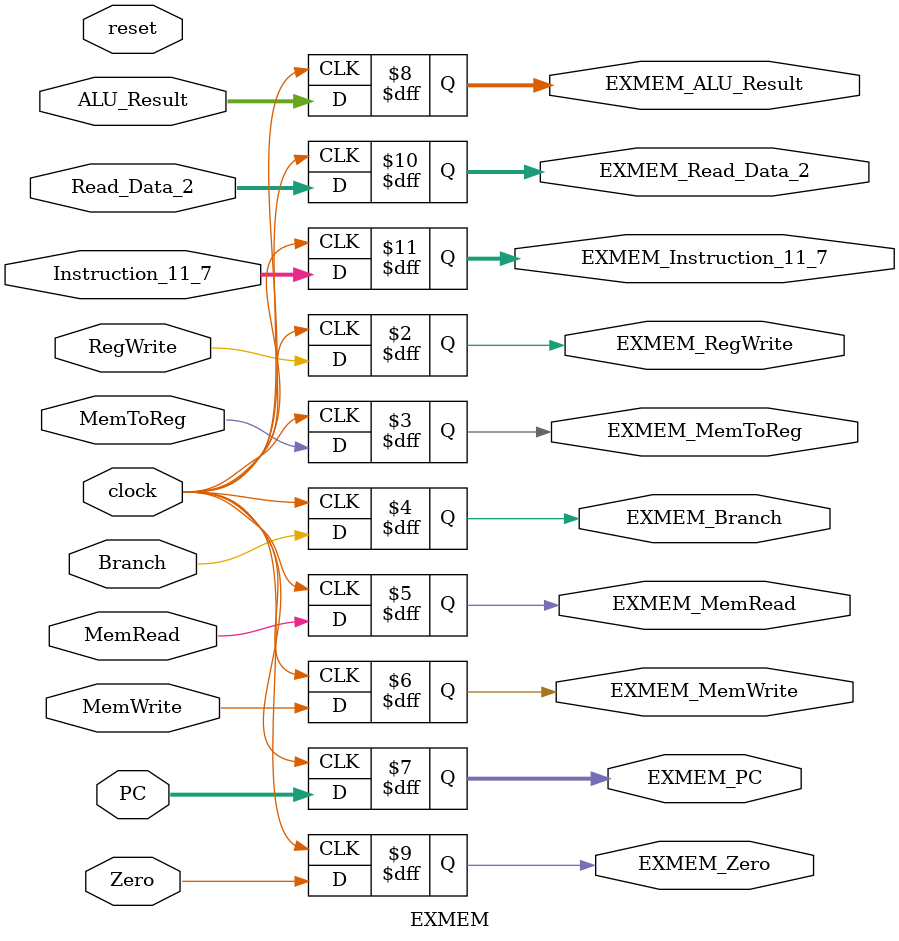
<source format=v>
`timescale 1ns / 1ps


module EXMEM(

input clock,
input reset,

// Control Signals
input RegWrite,
input MemToReg,
input Branch,
input MemRead,
input MemWrite,

input [63:0] PC,

// ALU contents
input Zero,
input [63:0] ALU_Result,

input [63:0] Read_Data_2,// RegisterFile contents
input [4:0] Instruction_11_7, //rd

output reg EXMEM_RegWrite,
output reg EXMEM_MemToReg,
output reg EXMEM_Branch,
output reg EXMEM_MemRead,
output reg EXMEM_MemWrite,

output reg [63:0] EXMEM_PC,

output reg [63:0] EXMEM_ALU_Result,
output reg EXMEM_Zero,

output reg [63:0] EXMEM_Read_Data_2,
output reg [4:0] EXMEM_Instruction_11_7
);



always @(posedge clock)
begin

//if (reset == 1)
//begin

//    EXMEM_RegWrite <= 0;
//    EXMEM_MemToReg <= 0;
//    EXMEM_Branch <= 0;
//    EXMEM_MemRead <= 0;
//    EXMEM_MemWrite <= 0;

//    EXMEM_PC <= 0;
    
//    EXMEM_ALU_Result <= 0;
//    EXMEM_Zero <= 0;

//    EXMEM_Read_Data_2 <= 0;

//    EXMEM_Instruction_11_7 <= 0;

//end
//else
//begin
    
    EXMEM_RegWrite <= RegWrite; 
    EXMEM_MemToReg <= MemToReg;
    EXMEM_Branch <= Branch;
    EXMEM_MemRead <= MemRead;
    EXMEM_MemWrite <= MemWrite;

    EXMEM_PC <= PC;
    
    EXMEM_ALU_Result <= ALU_Result;
    EXMEM_Zero <= Zero;

    EXMEM_Read_Data_2 <= Read_Data_2;

    EXMEM_Instruction_11_7 <= Instruction_11_7;

//end

end


endmodule
</source>
